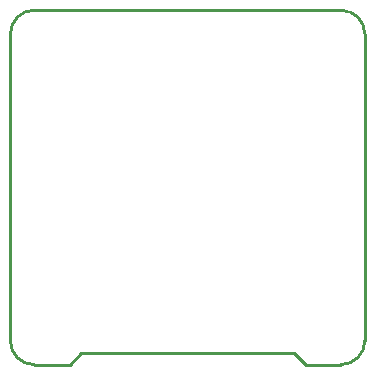
<source format=gm1>
G04*
G04 #@! TF.GenerationSoftware,Altium Limited,Altium Designer,18.1.9 (240)*
G04*
G04 Layer_Color=16711935*
%FSLAX24Y24*%
%MOIN*%
G70*
G01*
G75*
%ADD11C,0.0100*%
D11*
X11024Y0D02*
G03*
X11811Y787I0J787D01*
G01*
Y11024D02*
G03*
X11024Y11811I-787J0D01*
G01*
X787D02*
G03*
X0Y11024I0J-787D01*
G01*
Y787D02*
G03*
X787Y0I787J0D01*
G01*
X9843Y0D02*
X11024D01*
X9449Y394D02*
X9843Y0D01*
X2362Y394D02*
X9449D01*
X1969Y0D02*
X2362Y394D01*
X787Y0D02*
X1969D01*
X11811Y787D02*
Y11024D01*
X787Y11811D02*
X11024D01*
X0Y787D02*
Y11024D01*
X11024Y0D02*
G03*
X11811Y787I0J787D01*
G01*
Y11024D02*
G03*
X11024Y11811I-787J0D01*
G01*
X787D02*
G03*
X0Y11024I0J-787D01*
G01*
Y787D02*
G03*
X787Y0I787J0D01*
G01*
X9843Y0D02*
X11024D01*
X9449Y394D02*
X9843Y0D01*
X2362Y394D02*
X9449D01*
X1969Y0D02*
X2362Y394D01*
X787Y0D02*
X1969D01*
X11811Y787D02*
Y11024D01*
X787Y11811D02*
X11024D01*
X0Y787D02*
Y11024D01*
M02*

</source>
